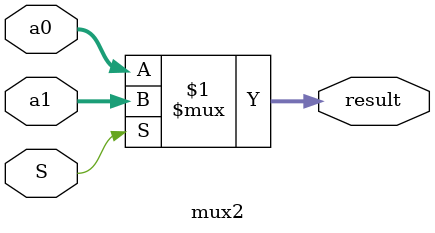
<source format=sv>
module mux2 #(parameter WIDTH = 8)(
					input logic [WIDTH-1:0] a0,a1,
					input logic S,
					output [WIDTH-1:0] result);
					
	assign result  = S? a1 : a0;
endmodule
</source>
